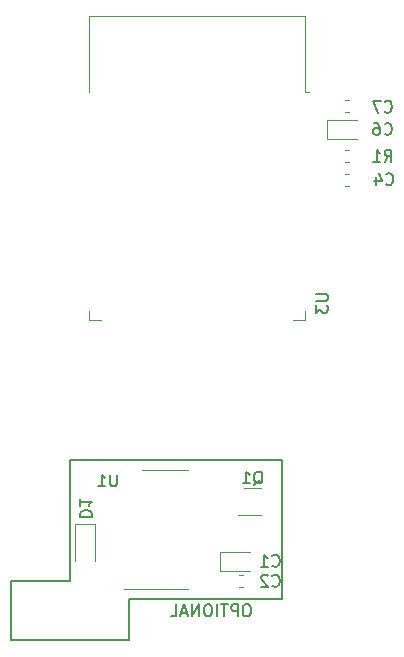
<source format=gbo>
%TF.GenerationSoftware,KiCad,Pcbnew,(5.99.0-6613-ge739d5ba65)*%
%TF.CreationDate,2020-11-02T18:56:01+01:00*%
%TF.ProjectId,e28_tx,6532385f-7478-42e6-9b69-6361645f7063,rev?*%
%TF.SameCoordinates,PX5f5e100PY8f0d180*%
%TF.FileFunction,Legend,Bot*%
%TF.FilePolarity,Positive*%
%FSLAX46Y46*%
G04 Gerber Fmt 4.6, Leading zero omitted, Abs format (unit mm)*
G04 Created by KiCad (PCBNEW (5.99.0-6613-ge739d5ba65)) date 2020-11-02 18:56:01*
%MOMM*%
%LPD*%
G01*
G04 APERTURE LIST*
%ADD10C,0.150000*%
%ADD11C,0.120000*%
G04 APERTURE END LIST*
D10*
X4500000Y3000000D02*
X14500000Y3000000D01*
X4500000Y8000000D02*
X4500000Y3000000D01*
X9500000Y18250000D02*
X9500000Y8000000D01*
X27500000Y18250000D02*
X9500000Y18250000D01*
X14500000Y6500000D02*
X27500000Y6500000D01*
X9500000Y8000000D02*
X4500000Y8000000D01*
X14500000Y3000000D02*
X14500000Y6500000D01*
X27500000Y6500000D02*
X27500000Y18250000D01*
X24595238Y6047620D02*
X24404761Y6047620D01*
X24309523Y6000000D01*
X24214285Y5904762D01*
X24166666Y5714286D01*
X24166666Y5380953D01*
X24214285Y5190477D01*
X24309523Y5095239D01*
X24404761Y5047620D01*
X24595238Y5047620D01*
X24690476Y5095239D01*
X24785714Y5190477D01*
X24833333Y5380953D01*
X24833333Y5714286D01*
X24785714Y5904762D01*
X24690476Y6000000D01*
X24595238Y6047620D01*
X23738095Y5047620D02*
X23738095Y6047620D01*
X23357142Y6047620D01*
X23261904Y6000000D01*
X23214285Y5952381D01*
X23166666Y5857143D01*
X23166666Y5714286D01*
X23214285Y5619048D01*
X23261904Y5571429D01*
X23357142Y5523810D01*
X23738095Y5523810D01*
X22880952Y6047620D02*
X22309523Y6047620D01*
X22595238Y5047620D02*
X22595238Y6047620D01*
X21976190Y5047620D02*
X21976190Y6047620D01*
X21309523Y6047620D02*
X21119047Y6047620D01*
X21023809Y6000000D01*
X20928571Y5904762D01*
X20880952Y5714286D01*
X20880952Y5380953D01*
X20928571Y5190477D01*
X21023809Y5095239D01*
X21119047Y5047620D01*
X21309523Y5047620D01*
X21404761Y5095239D01*
X21500000Y5190477D01*
X21547619Y5380953D01*
X21547619Y5714286D01*
X21500000Y5904762D01*
X21404761Y6000000D01*
X21309523Y6047620D01*
X20452380Y5047620D02*
X20452380Y6047620D01*
X19880952Y5047620D01*
X19880952Y6047620D01*
X19452380Y5333334D02*
X18976190Y5333334D01*
X19547619Y5047620D02*
X19214285Y6047620D01*
X18880952Y5047620D01*
X18071428Y5047620D02*
X18547619Y5047620D01*
X18547619Y6047620D01*
%TO.C,C2*%
X26666666Y7642858D02*
X26714285Y7595239D01*
X26857142Y7547620D01*
X26952380Y7547620D01*
X27095238Y7595239D01*
X27190476Y7690477D01*
X27238095Y7785715D01*
X27285714Y7976191D01*
X27285714Y8119048D01*
X27238095Y8309524D01*
X27190476Y8404762D01*
X27095238Y8500000D01*
X26952380Y8547620D01*
X26857142Y8547620D01*
X26714285Y8500000D01*
X26666666Y8452381D01*
X26285714Y8452381D02*
X26238095Y8500000D01*
X26142857Y8547620D01*
X25904761Y8547620D01*
X25809523Y8500000D01*
X25761904Y8452381D01*
X25714285Y8357143D01*
X25714285Y8261905D01*
X25761904Y8119048D01*
X26333333Y7547620D01*
X25714285Y7547620D01*
%TO.C,C1*%
X26666666Y9342858D02*
X26714285Y9295239D01*
X26857142Y9247620D01*
X26952380Y9247620D01*
X27095238Y9295239D01*
X27190476Y9390477D01*
X27238095Y9485715D01*
X27285714Y9676191D01*
X27285714Y9819048D01*
X27238095Y10009524D01*
X27190476Y10104762D01*
X27095238Y10200000D01*
X26952380Y10247620D01*
X26857142Y10247620D01*
X26714285Y10200000D01*
X26666666Y10152381D01*
X25714285Y9247620D02*
X26285714Y9247620D01*
X26000000Y9247620D02*
X26000000Y10247620D01*
X26095238Y10104762D01*
X26190476Y10009524D01*
X26285714Y9961905D01*
%TO.C,U1*%
X13511904Y17047620D02*
X13511904Y16238096D01*
X13464285Y16142858D01*
X13416666Y16095239D01*
X13321428Y16047620D01*
X13130952Y16047620D01*
X13035714Y16095239D01*
X12988095Y16142858D01*
X12940476Y16238096D01*
X12940476Y17047620D01*
X11940476Y16047620D02*
X12511904Y16047620D01*
X12226190Y16047620D02*
X12226190Y17047620D01*
X12321428Y16904762D01*
X12416666Y16809524D01*
X12511904Y16761905D01*
%TO.C,R1*%
X36166666Y43547620D02*
X36500000Y44023810D01*
X36738095Y43547620D02*
X36738095Y44547620D01*
X36357142Y44547620D01*
X36261904Y44500000D01*
X36214285Y44452381D01*
X36166666Y44357143D01*
X36166666Y44214286D01*
X36214285Y44119048D01*
X36261904Y44071429D01*
X36357142Y44023810D01*
X36738095Y44023810D01*
X35214285Y43547620D02*
X35785714Y43547620D01*
X35500000Y43547620D02*
X35500000Y44547620D01*
X35595238Y44404762D01*
X35690476Y44309524D01*
X35785714Y44261905D01*
%TO.C,C4*%
X36291666Y41642858D02*
X36339285Y41595239D01*
X36482142Y41547620D01*
X36577380Y41547620D01*
X36720238Y41595239D01*
X36815476Y41690477D01*
X36863095Y41785715D01*
X36910714Y41976191D01*
X36910714Y42119048D01*
X36863095Y42309524D01*
X36815476Y42404762D01*
X36720238Y42500000D01*
X36577380Y42547620D01*
X36482142Y42547620D01*
X36339285Y42500000D01*
X36291666Y42452381D01*
X35434523Y42214286D02*
X35434523Y41547620D01*
X35672619Y42595239D02*
X35910714Y41880953D01*
X35291666Y41880953D01*
%TO.C,U3*%
X30362380Y32331905D02*
X31171904Y32331905D01*
X31267142Y32284286D01*
X31314761Y32236667D01*
X31362380Y32141429D01*
X31362380Y31950953D01*
X31314761Y31855715D01*
X31267142Y31808096D01*
X31171904Y31760477D01*
X30362380Y31760477D01*
X30362380Y31379524D02*
X30362380Y30760477D01*
X30743333Y31093810D01*
X30743333Y30950953D01*
X30790952Y30855715D01*
X30838571Y30808096D01*
X30933809Y30760477D01*
X31171904Y30760477D01*
X31267142Y30808096D01*
X31314761Y30855715D01*
X31362380Y30950953D01*
X31362380Y31236667D01*
X31314761Y31331905D01*
X31267142Y31379524D01*
%TO.C,C7*%
X36166666Y47792858D02*
X36214285Y47745239D01*
X36357142Y47697620D01*
X36452380Y47697620D01*
X36595238Y47745239D01*
X36690476Y47840477D01*
X36738095Y47935715D01*
X36785714Y48126191D01*
X36785714Y48269048D01*
X36738095Y48459524D01*
X36690476Y48554762D01*
X36595238Y48650000D01*
X36452380Y48697620D01*
X36357142Y48697620D01*
X36214285Y48650000D01*
X36166666Y48602381D01*
X35833333Y48697620D02*
X35166666Y48697620D01*
X35595238Y47697620D01*
%TO.C,C6*%
X36166666Y45892858D02*
X36214285Y45845239D01*
X36357142Y45797620D01*
X36452380Y45797620D01*
X36595238Y45845239D01*
X36690476Y45940477D01*
X36738095Y46035715D01*
X36785714Y46226191D01*
X36785714Y46369048D01*
X36738095Y46559524D01*
X36690476Y46654762D01*
X36595238Y46750000D01*
X36452380Y46797620D01*
X36357142Y46797620D01*
X36214285Y46750000D01*
X36166666Y46702381D01*
X35309523Y46797620D02*
X35500000Y46797620D01*
X35595238Y46750000D01*
X35642857Y46702381D01*
X35738095Y46559524D01*
X35785714Y46369048D01*
X35785714Y45988096D01*
X35738095Y45892858D01*
X35690476Y45845239D01*
X35595238Y45797620D01*
X35404761Y45797620D01*
X35309523Y45845239D01*
X35261904Y45892858D01*
X35214285Y45988096D01*
X35214285Y46226191D01*
X35261904Y46321429D01*
X35309523Y46369048D01*
X35404761Y46416667D01*
X35595238Y46416667D01*
X35690476Y46369048D01*
X35738095Y46321429D01*
X35785714Y46226191D01*
%TO.C,Q1*%
X25095238Y16202381D02*
X25190476Y16250000D01*
X25285714Y16345239D01*
X25428571Y16488096D01*
X25523809Y16535715D01*
X25619047Y16535715D01*
X25571428Y16297620D02*
X25666666Y16345239D01*
X25761904Y16440477D01*
X25809523Y16630953D01*
X25809523Y16964286D01*
X25761904Y17154762D01*
X25666666Y17250000D01*
X25571428Y17297620D01*
X25380952Y17297620D01*
X25285714Y17250000D01*
X25190476Y17154762D01*
X25142857Y16964286D01*
X25142857Y16630953D01*
X25190476Y16440477D01*
X25285714Y16345239D01*
X25380952Y16297620D01*
X25571428Y16297620D01*
X24190476Y16297620D02*
X24761904Y16297620D01*
X24476190Y16297620D02*
X24476190Y17297620D01*
X24571428Y17154762D01*
X24666666Y17059524D01*
X24761904Y17011905D01*
%TO.C,D1*%
X10397619Y13461905D02*
X11397619Y13461905D01*
X11397619Y13700000D01*
X11350000Y13842858D01*
X11254761Y13938096D01*
X11159523Y13985715D01*
X10969047Y14033334D01*
X10826190Y14033334D01*
X10635714Y13985715D01*
X10540476Y13938096D01*
X10445238Y13842858D01*
X10397619Y13700000D01*
X10397619Y13461905D01*
X10397619Y14985715D02*
X10397619Y14414286D01*
X10397619Y14700000D02*
X11397619Y14700000D01*
X11254761Y14604762D01*
X11159523Y14509524D01*
X11111904Y14414286D01*
D11*
%TO.C,C2*%
X23828733Y7490000D02*
X24171267Y7490000D01*
X23828733Y8510000D02*
X24171267Y8510000D01*
%TO.C,C1*%
X22265000Y8915000D02*
X22265000Y10485000D01*
X22265000Y10485000D02*
X24750000Y10485000D01*
X24750000Y8915000D02*
X22265000Y8915000D01*
%TO.C,U1*%
X17591000Y7340000D02*
X19541000Y7340000D01*
X17591000Y17460000D02*
X19541000Y17460000D01*
X17591000Y7340000D02*
X14141000Y7340000D01*
X17591000Y17460000D02*
X15641000Y17460000D01*
%TO.C,R1*%
X32828733Y43490000D02*
X33171267Y43490000D01*
X32828733Y44510000D02*
X33171267Y44510000D01*
%TO.C,C4*%
X33171267Y42510000D02*
X32828733Y42510000D01*
X33171267Y41490000D02*
X32828733Y41490000D01*
%TO.C,U3*%
X11180000Y55865000D02*
X11180000Y49445000D01*
X29420000Y30900000D02*
X29420000Y30120000D01*
X29420000Y55865000D02*
X29420000Y49445000D01*
X29420000Y55865000D02*
X11180000Y55865000D01*
X29420000Y49445000D02*
X29800000Y49445000D01*
X11180000Y30120000D02*
X12180000Y30120000D01*
X29420000Y30120000D02*
X28420000Y30120000D01*
X11180000Y30900000D02*
X11180000Y30120000D01*
%TO.C,C7*%
X32828733Y47740000D02*
X33171267Y47740000D01*
X32828733Y48760000D02*
X33171267Y48760000D01*
%TO.C,C6*%
X31315000Y45465000D02*
X31315000Y47035000D01*
X33800000Y45465000D02*
X31315000Y45465000D01*
X31315000Y47035000D02*
X33800000Y47035000D01*
%TO.C,Q1*%
X25700000Y13590000D02*
X23800000Y13590000D01*
X24300000Y15910000D02*
X25700000Y15910000D01*
%TO.C,D1*%
X9950000Y12900000D02*
X11650000Y12900000D01*
X11650000Y12900000D02*
X11650000Y9750000D01*
X9950000Y12900000D02*
X9950000Y9750000D01*
%TD*%
M02*

</source>
